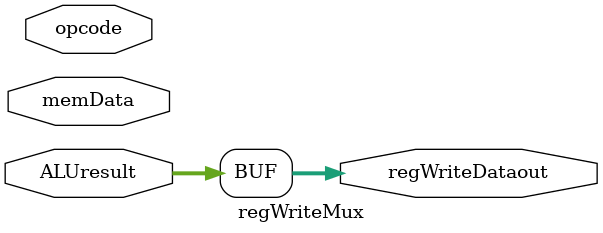
<source format=v>
module regWriteMux(opcode, ALUresult, memData, regWriteDataout);

	input wire [3:0] opcode;
	input wire [31:0] ALUresult;
	input wire [31:0] memData;

	output reg [31:0] regWriteDataout;


	always @* begin
		if (opcode == 5'b10000) // load or store
			regWriteDataout = memData;
		else
			regWriteDataout = ALUresult;
	end
endmodule

</source>
